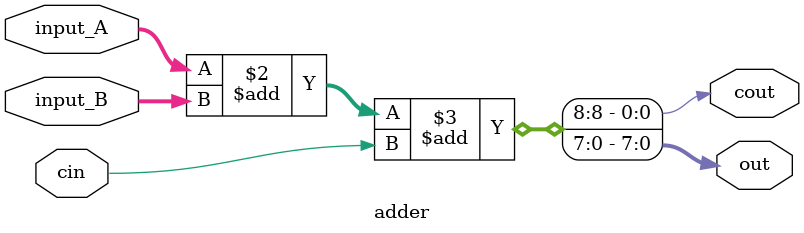
<source format=sv>
module adder(
    input cin,
    input[7:0] input_A, input_B,	 // 8-bit wide data path
    // input      sc_i,       // shift_carry in
    output logic[7:0] out,
    output logic cout
    
);

// logic add_cin;

always_comb begin 
  
  {cout, out} = input_A + input_B + cin; 

end
   
endmodule
</source>
